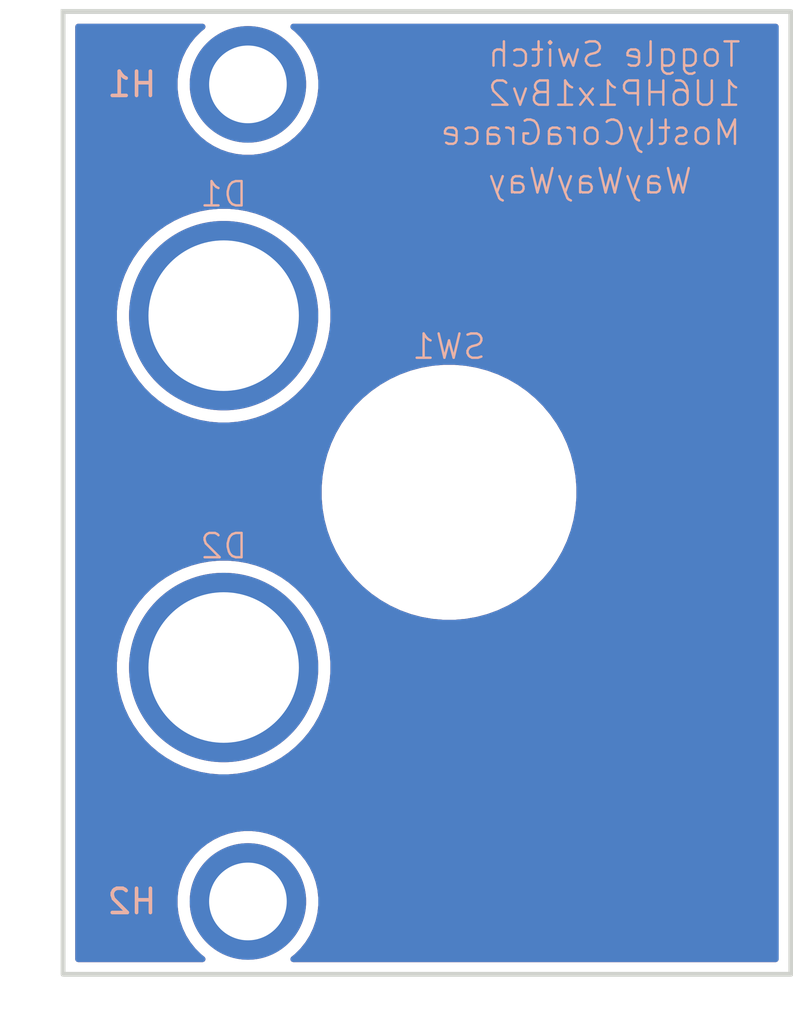
<source format=kicad_pcb>
(kicad_pcb (version 20241229) (generator "pcbnew") (generator_version "9.0")
  (layers (0 "F.Cu" signal) (2 "B.Cu" signal) (13 "F.Paste" user) (15 "B.Paste" user) (5 "F.SilkS" user "F.Silkscreen") (7 "B.SilkS" user "B.Silkscreen") (1 "F.Mask" user) (3 "B.Mask" user) (25 "Edge.Cuts" user))
  (net 0 "")
  (footprint "EXC:MountingHole_3.2mm_M3" (layer "F.Cu") (at 7.62 39.075)
    (property "Reference" "H2" (at -3.683 0 0) (layer "B.SilkS") (effects (justify left mirror)))
    (property "Value" "Eurorack_M3_MountingHole")
    (pad "" thru_hole circle (at 0 0) (size 4.8 4.8) (drill 3.2) (layers "*.Cu" "*.Mask"))
  )
  (footprint "EXC:MountingHole_3.2mm_M3" (layer "F.Cu") (at 7.62 5.425)
    (property "Reference" "H1" (at -3.683 0 0) (layer "B.SilkS") (effects (justify left mirror)))
    (property "Value" "Eurorack_M3_MountingHole")
    (pad "" thru_hole circle (at 0 0) (size 4.8 4.8) (drill 3.2) (layers "*.Cu" "*.Mask"))
  )
  (footprint "EXC:SW_M6-M6.35_Panel_Mount_Hole" (layer "F.Cu") (at 15.91 22.225)
    (property "Reference" "SW1" (at 0 -6 0) (layer "B.SilkS") (effects (font (thickness 0.1)) (justify mirror)))
    (property "Value" "SW_M6/M6.35_Panel_Mount_Hole")
    (pad "" np_thru_hole circle (at 0 0) (size 10 10) (drill 10) (layers "*.Cu" "*.Mask"))
  )
  (footprint "EXC:6mm_Panel_Mount_LED" (layer "F.Cu") (at 6.62 14.95)
    (property "Reference" "D1" (at 0 -5 0) (layer "B.SilkS") (effects (font (thickness 0.1)) (justify mirror)))
    (property "Value" "6mm_Panel_Mount_LED")
    (pad "" thru_hole circle (at 0 0) (size 7.8 7.8) (drill 6.2) (layers "*.Cu" "*.Mask"))
  )
  (footprint "EXC:6mm_Panel_Mount_LED" (layer "F.Cu") (at 6.62 29.44)
    (property "Reference" "D2" (at 0 -5 0) (layer "B.SilkS") (effects (font (thickness 0.1)) (justify mirror)))
    (property "Value" "6mm_Panel_Mount_LED")
    (pad "" thru_hole circle (at 0 0) (size 7.8 7.8) (drill 6.2) (layers "*.Cu" "*.Mask"))
  )
  (gr_rect (start 0 2.425) (end 30 42.075) (stroke (width 0.2)) (fill no) (layer "Edge.Cuts"))
  (gr_text "WayWayWay" (at 26 10 0) (layer "B.SilkS") (effects (font (size 1 1) (thickness 0.1)) (justify left bottom mirror)))
  (gr_text "Toggle Switch\n1U6HP1x1Bv2\nMostlyCoraGrace" (at 28 8 0) (layer "B.SilkS") (effects (font (size 1 1) (thickness 0.1)) (justify left bottom mirror)))
  (zone (net 0) (net_name "") (layers "F.Cu" "B.Cu") (connect_pads (clearance 0.5)) (min_thickness 0.25) (fill yes (thermal_gap 0.5) (thermal_bridge_width 0.5) (island_removal_mode 1) (island_area_min 10))
    (polygon (pts (xy 0 2.5) (xy 30 2.5) (xy 30 42) (xy 0 42)))
  )
)
</source>
